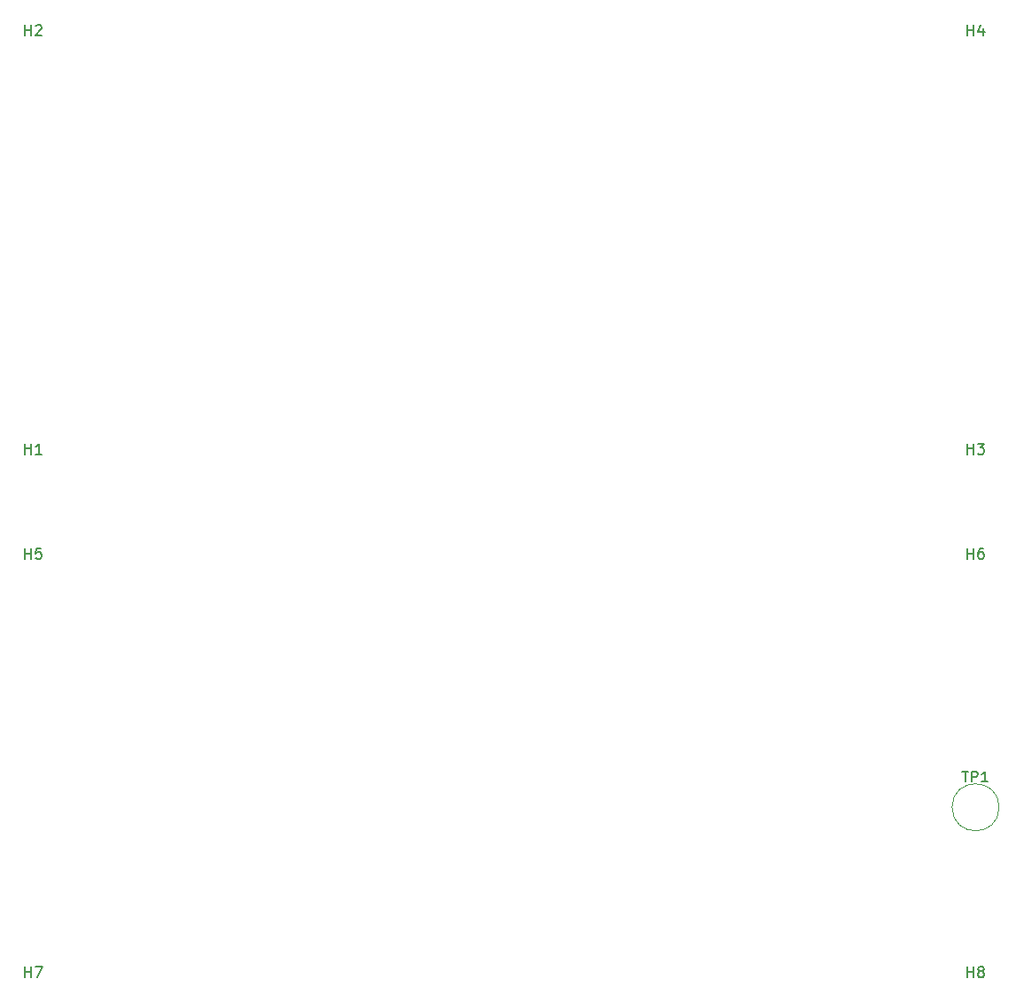
<source format=gto>
G04 #@! TF.GenerationSoftware,KiCad,Pcbnew,(6.0.0)*
G04 #@! TF.CreationDate,2022-01-21T17:29:39+00:00*
G04 #@! TF.ProjectId,Max100x100Plate,4d617831-3030-4783-9130-30506c617465,rev?*
G04 #@! TF.SameCoordinates,Original*
G04 #@! TF.FileFunction,Legend,Top*
G04 #@! TF.FilePolarity,Positive*
%FSLAX46Y46*%
G04 Gerber Fmt 4.6, Leading zero omitted, Abs format (unit mm)*
G04 Created by KiCad (PCBNEW (6.0.0)) date 2022-01-21 17:29:39*
%MOMM*%
%LPD*%
G01*
G04 APERTURE LIST*
%ADD10C,0.150000*%
%ADD11C,0.120000*%
%ADD12C,4.000000*%
%ADD13C,3.200000*%
G04 APERTURE END LIST*
D10*
X193738095Y-121554380D02*
X194309523Y-121554380D01*
X194023809Y-122554380D02*
X194023809Y-121554380D01*
X194642857Y-122554380D02*
X194642857Y-121554380D01*
X195023809Y-121554380D01*
X195119047Y-121602000D01*
X195166666Y-121649619D01*
X195214285Y-121744857D01*
X195214285Y-121887714D01*
X195166666Y-121982952D01*
X195119047Y-122030571D01*
X195023809Y-122078190D01*
X194642857Y-122078190D01*
X196166666Y-122554380D02*
X195595238Y-122554380D01*
X195880952Y-122554380D02*
X195880952Y-121554380D01*
X195785714Y-121697238D01*
X195690476Y-121792476D01*
X195595238Y-121840095D01*
X194238095Y-91252380D02*
X194238095Y-90252380D01*
X194238095Y-90728571D02*
X194809523Y-90728571D01*
X194809523Y-91252380D02*
X194809523Y-90252380D01*
X195190476Y-90252380D02*
X195809523Y-90252380D01*
X195476190Y-90633333D01*
X195619047Y-90633333D01*
X195714285Y-90680952D01*
X195761904Y-90728571D01*
X195809523Y-90823809D01*
X195809523Y-91061904D01*
X195761904Y-91157142D01*
X195714285Y-91204761D01*
X195619047Y-91252380D01*
X195333333Y-91252380D01*
X195238095Y-91204761D01*
X195190476Y-91157142D01*
X104238095Y-101252380D02*
X104238095Y-100252380D01*
X104238095Y-100728571D02*
X104809523Y-100728571D01*
X104809523Y-101252380D02*
X104809523Y-100252380D01*
X105761904Y-100252380D02*
X105285714Y-100252380D01*
X105238095Y-100728571D01*
X105285714Y-100680952D01*
X105380952Y-100633333D01*
X105619047Y-100633333D01*
X105714285Y-100680952D01*
X105761904Y-100728571D01*
X105809523Y-100823809D01*
X105809523Y-101061904D01*
X105761904Y-101157142D01*
X105714285Y-101204761D01*
X105619047Y-101252380D01*
X105380952Y-101252380D01*
X105285714Y-101204761D01*
X105238095Y-101157142D01*
X194238095Y-51252380D02*
X194238095Y-50252380D01*
X194238095Y-50728571D02*
X194809523Y-50728571D01*
X194809523Y-51252380D02*
X194809523Y-50252380D01*
X195714285Y-50585714D02*
X195714285Y-51252380D01*
X195476190Y-50204761D02*
X195238095Y-50919047D01*
X195857142Y-50919047D01*
X104238095Y-141252380D02*
X104238095Y-140252380D01*
X104238095Y-140728571D02*
X104809523Y-140728571D01*
X104809523Y-141252380D02*
X104809523Y-140252380D01*
X105190476Y-140252380D02*
X105857142Y-140252380D01*
X105428571Y-141252380D01*
X194238095Y-141252380D02*
X194238095Y-140252380D01*
X194238095Y-140728571D02*
X194809523Y-140728571D01*
X194809523Y-141252380D02*
X194809523Y-140252380D01*
X195428571Y-140680952D02*
X195333333Y-140633333D01*
X195285714Y-140585714D01*
X195238095Y-140490476D01*
X195238095Y-140442857D01*
X195285714Y-140347619D01*
X195333333Y-140300000D01*
X195428571Y-140252380D01*
X195619047Y-140252380D01*
X195714285Y-140300000D01*
X195761904Y-140347619D01*
X195809523Y-140442857D01*
X195809523Y-140490476D01*
X195761904Y-140585714D01*
X195714285Y-140633333D01*
X195619047Y-140680952D01*
X195428571Y-140680952D01*
X195333333Y-140728571D01*
X195285714Y-140776190D01*
X195238095Y-140871428D01*
X195238095Y-141061904D01*
X195285714Y-141157142D01*
X195333333Y-141204761D01*
X195428571Y-141252380D01*
X195619047Y-141252380D01*
X195714285Y-141204761D01*
X195761904Y-141157142D01*
X195809523Y-141061904D01*
X195809523Y-140871428D01*
X195761904Y-140776190D01*
X195714285Y-140728571D01*
X195619047Y-140680952D01*
X104238095Y-51252380D02*
X104238095Y-50252380D01*
X104238095Y-50728571D02*
X104809523Y-50728571D01*
X104809523Y-51252380D02*
X104809523Y-50252380D01*
X105238095Y-50347619D02*
X105285714Y-50300000D01*
X105380952Y-50252380D01*
X105619047Y-50252380D01*
X105714285Y-50300000D01*
X105761904Y-50347619D01*
X105809523Y-50442857D01*
X105809523Y-50538095D01*
X105761904Y-50680952D01*
X105190476Y-51252380D01*
X105809523Y-51252380D01*
X194238095Y-101252380D02*
X194238095Y-100252380D01*
X194238095Y-100728571D02*
X194809523Y-100728571D01*
X194809523Y-101252380D02*
X194809523Y-100252380D01*
X195714285Y-100252380D02*
X195523809Y-100252380D01*
X195428571Y-100300000D01*
X195380952Y-100347619D01*
X195285714Y-100490476D01*
X195238095Y-100680952D01*
X195238095Y-101061904D01*
X195285714Y-101157142D01*
X195333333Y-101204761D01*
X195428571Y-101252380D01*
X195619047Y-101252380D01*
X195714285Y-101204761D01*
X195761904Y-101157142D01*
X195809523Y-101061904D01*
X195809523Y-100823809D01*
X195761904Y-100728571D01*
X195714285Y-100680952D01*
X195619047Y-100633333D01*
X195428571Y-100633333D01*
X195333333Y-100680952D01*
X195285714Y-100728571D01*
X195238095Y-100823809D01*
X104238095Y-91252380D02*
X104238095Y-90252380D01*
X104238095Y-90728571D02*
X104809523Y-90728571D01*
X104809523Y-91252380D02*
X104809523Y-90252380D01*
X105809523Y-91252380D02*
X105238095Y-91252380D01*
X105523809Y-91252380D02*
X105523809Y-90252380D01*
X105428571Y-90395238D01*
X105333333Y-90490476D01*
X105238095Y-90538095D01*
D11*
X197250000Y-125000000D02*
G75*
G03*
X197250000Y-125000000I-2250000J0D01*
G01*
%LPC*%
D12*
X195000000Y-125000000D03*
D13*
X195000000Y-95000000D03*
X105000000Y-105000000D03*
X195000000Y-55000000D03*
X105000000Y-145000000D03*
X195000000Y-145000000D03*
X105000000Y-55000000D03*
X195000000Y-105000000D03*
X105000000Y-95000000D03*
M02*

</source>
